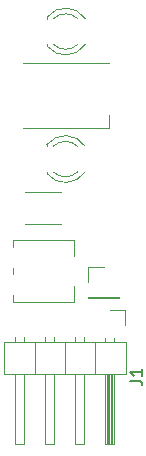
<source format=gbr>
%TF.GenerationSoftware,KiCad,Pcbnew,7.0.9*%
%TF.CreationDate,2025-01-15T18:40:25+09:00*%
%TF.ProjectId,line_short_robt2,6c696e65-5f73-4686-9f72-745f726f6274,rev?*%
%TF.SameCoordinates,Original*%
%TF.FileFunction,Legend,Top*%
%TF.FilePolarity,Positive*%
%FSLAX46Y46*%
G04 Gerber Fmt 4.6, Leading zero omitted, Abs format (unit mm)*
G04 Created by KiCad (PCBNEW 7.0.9) date 2025-01-15 18:40:25*
%MOMM*%
%LPD*%
G01*
G04 APERTURE LIST*
%ADD10C,0.150000*%
%ADD11C,0.120000*%
G04 APERTURE END LIST*
D10*
X136399819Y-93618333D02*
X137114104Y-93618333D01*
X137114104Y-93618333D02*
X137256961Y-93665952D01*
X137256961Y-93665952D02*
X137352200Y-93761190D01*
X137352200Y-93761190D02*
X137399819Y-93904047D01*
X137399819Y-93904047D02*
X137399819Y-93999285D01*
X137399819Y-92618333D02*
X137399819Y-93189761D01*
X137399819Y-92904047D02*
X136399819Y-92904047D01*
X136399819Y-92904047D02*
X136542676Y-92999285D01*
X136542676Y-92999285D02*
X136637914Y-93094523D01*
X136637914Y-93094523D02*
X136685533Y-93189761D01*
D11*
%TO.C,Q1*%
X129365000Y-62804000D02*
X129365000Y-62960000D01*
X129365000Y-65120000D02*
X129365000Y-65276000D01*
X132597334Y-62961392D02*
G75*
G03*
X129365001Y-62804485I-1672334J-1078608D01*
G01*
X131966129Y-62960164D02*
G75*
G03*
X129884040Y-62960001I-1041129J-1079836D01*
G01*
X129884040Y-65119999D02*
G75*
G03*
X131966129Y-65119836I1040960J1079999D01*
G01*
X129365001Y-65275515D02*
G75*
G03*
X132597334Y-65118608I1559999J1235515D01*
G01*
%TO.C,D1*%
X127310000Y-66720000D02*
X134610000Y-66720000D01*
X127310000Y-72220000D02*
X134610000Y-72220000D01*
X134610000Y-72220000D02*
X134610000Y-71070000D01*
%TO.C,Q2*%
X129345000Y-73604000D02*
X129345000Y-73760000D01*
X129345000Y-75920000D02*
X129345000Y-76076000D01*
X132577334Y-73761392D02*
G75*
G03*
X129345001Y-73604485I-1672334J-1078608D01*
G01*
X131946129Y-73760164D02*
G75*
G03*
X129864040Y-73760001I-1041129J-1079836D01*
G01*
X129864040Y-75919999D02*
G75*
G03*
X131946129Y-75919836I1040960J1079999D01*
G01*
X129345001Y-76075515D02*
G75*
G03*
X132577334Y-75918608I1559999J1235515D01*
G01*
%TO.C,J1*%
X135945000Y-87630000D02*
X135945000Y-88900000D01*
X134675000Y-87630000D02*
X135945000Y-87630000D01*
X132515000Y-89942929D02*
X132515000Y-90340000D01*
X131755000Y-89942929D02*
X131755000Y-90340000D01*
X129975000Y-89942929D02*
X129975000Y-90340000D01*
X129215000Y-89942929D02*
X129215000Y-90340000D01*
X127435000Y-89942929D02*
X127435000Y-90340000D01*
X126675000Y-89942929D02*
X126675000Y-90340000D01*
X135055000Y-90010000D02*
X135055000Y-90340000D01*
X134295000Y-90010000D02*
X134295000Y-90340000D01*
X136005000Y-90340000D02*
X125725000Y-90340000D01*
X133405000Y-90340000D02*
X133405000Y-93000000D01*
X130865000Y-90340000D02*
X130865000Y-93000000D01*
X128325000Y-90340000D02*
X128325000Y-93000000D01*
X125725000Y-90340000D02*
X125725000Y-93000000D01*
X136005000Y-93000000D02*
X136005000Y-90340000D01*
X135055000Y-93000000D02*
X135055000Y-99000000D01*
X134995000Y-93000000D02*
X134995000Y-99000000D01*
X134875000Y-93000000D02*
X134875000Y-99000000D01*
X134755000Y-93000000D02*
X134755000Y-99000000D01*
X134635000Y-93000000D02*
X134635000Y-99000000D01*
X134515000Y-93000000D02*
X134515000Y-99000000D01*
X134395000Y-93000000D02*
X134395000Y-99000000D01*
X132515000Y-93000000D02*
X132515000Y-99000000D01*
X129975000Y-93000000D02*
X129975000Y-99000000D01*
X127435000Y-93000000D02*
X127435000Y-99000000D01*
X125725000Y-93000000D02*
X136005000Y-93000000D01*
X135055000Y-99000000D02*
X134295000Y-99000000D01*
X134295000Y-99000000D02*
X134295000Y-93000000D01*
X132515000Y-99000000D02*
X131755000Y-99000000D01*
X131755000Y-99000000D02*
X131755000Y-93000000D01*
X129975000Y-99000000D02*
X129215000Y-99000000D01*
X129215000Y-99000000D02*
X129215000Y-93000000D01*
X127435000Y-99000000D02*
X126675000Y-99000000D01*
X126675000Y-99000000D02*
X126675000Y-93000000D01*
%TO.C,R1*%
X127497936Y-77640000D02*
X130552064Y-77640000D01*
X127497936Y-80360000D02*
X130552064Y-80360000D01*
%TO.C,J2*%
X132820000Y-83945000D02*
X134150000Y-83945000D01*
X132820000Y-85275000D02*
X132820000Y-83945000D01*
X132820000Y-86545000D02*
X132820000Y-86605000D01*
X132820000Y-86545000D02*
X135480000Y-86545000D01*
X132820000Y-86605000D02*
X135480000Y-86605000D01*
X135480000Y-86545000D02*
X135480000Y-86605000D01*
%TO.C,RV1*%
X131670000Y-86945000D02*
X131670000Y-85565000D01*
X131670000Y-86945000D02*
X126430000Y-86945000D01*
X131670000Y-83085000D02*
X131670000Y-81705000D01*
X131670000Y-81705000D02*
X126430000Y-81705000D01*
X126430000Y-86945000D02*
X126430000Y-86364000D01*
X126430000Y-84585000D02*
X126430000Y-84065000D01*
X126430000Y-82285000D02*
X126430000Y-81705000D01*
%TD*%
M02*

</source>
